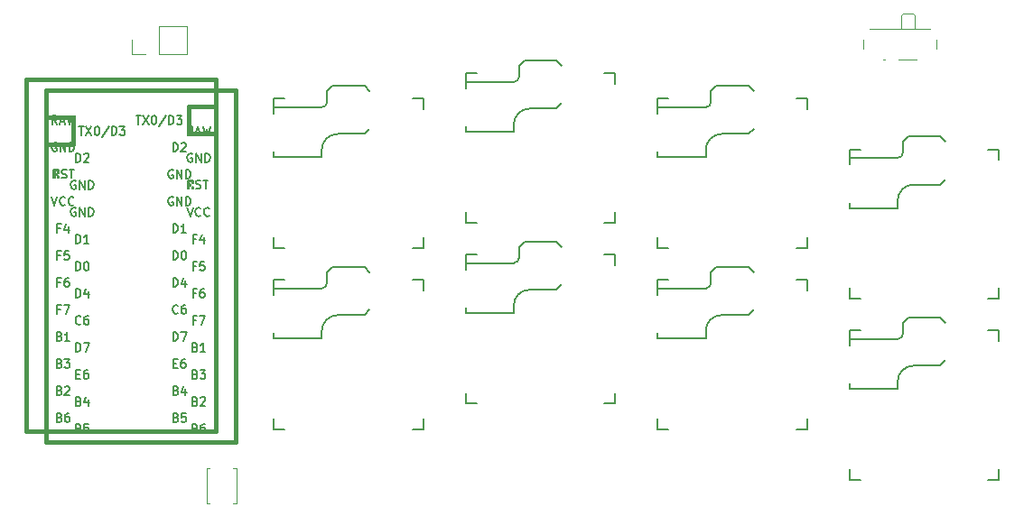
<source format=gbr>
%TF.GenerationSoftware,KiCad,Pcbnew,5.1.8*%
%TF.CreationDate,2021-03-23T18:40:27-05:00*%
%TF.ProjectId,small-paintbrush-hotswap,736d616c-6c2d-4706-9169-6e7462727573,rev?*%
%TF.SameCoordinates,Original*%
%TF.FileFunction,Legend,Top*%
%TF.FilePolarity,Positive*%
%FSLAX46Y46*%
G04 Gerber Fmt 4.6, Leading zero omitted, Abs format (unit mm)*
G04 Created by KiCad (PCBNEW 5.1.8) date 2021-03-23 18:40:27*
%MOMM*%
%LPD*%
G01*
G04 APERTURE LIST*
%ADD10C,0.120000*%
%ADD11C,0.381000*%
%ADD12C,0.150000*%
G04 APERTURE END LIST*
D10*
%TO.C,SW2*%
X154151737Y-21079425D02*
X154151737Y-21869425D01*
X161051737Y-21869425D02*
X161051737Y-21079425D01*
X159201737Y-22919425D02*
X157501737Y-22919425D01*
X160451737Y-20069425D02*
X154751737Y-20069425D01*
X157701737Y-18779425D02*
X157701737Y-20069425D01*
X158801737Y-18569425D02*
X157901737Y-18569425D01*
X159001737Y-20069425D02*
X159001737Y-18779425D01*
X157701737Y-18779425D02*
X157901737Y-18569425D01*
X159001737Y-18779425D02*
X158801737Y-18569425D01*
X156201737Y-22919425D02*
X156001737Y-22919425D01*
D11*
%TO.C,U2*%
X90951739Y-27359424D02*
X93491739Y-27359424D01*
X75711739Y-24819424D02*
X93491739Y-24819424D01*
X93491739Y-24819424D02*
X93491739Y-57839424D01*
X93491739Y-57839424D02*
X75711739Y-57839424D01*
X75711739Y-57839424D02*
X75711739Y-24819424D01*
D12*
G36*
X78757104Y-33248454D02*
G01*
X78757104Y-33348454D01*
X78257104Y-33348454D01*
X78257104Y-33248454D01*
X78757104Y-33248454D01*
G37*
X78757104Y-33248454D02*
X78757104Y-33348454D01*
X78257104Y-33348454D01*
X78257104Y-33248454D01*
X78757104Y-33248454D01*
G36*
X78757104Y-33248454D02*
G01*
X78757104Y-33548454D01*
X78657104Y-33548454D01*
X78657104Y-33248454D01*
X78757104Y-33248454D01*
G37*
X78757104Y-33248454D02*
X78757104Y-33548454D01*
X78657104Y-33548454D01*
X78657104Y-33248454D01*
X78757104Y-33248454D01*
G36*
X78757104Y-33848454D02*
G01*
X78757104Y-34048454D01*
X78657104Y-34048454D01*
X78657104Y-33848454D01*
X78757104Y-33848454D01*
G37*
X78757104Y-33848454D02*
X78757104Y-34048454D01*
X78657104Y-34048454D01*
X78657104Y-33848454D01*
X78757104Y-33848454D01*
G36*
X78357104Y-33248454D02*
G01*
X78357104Y-34048454D01*
X78257104Y-34048454D01*
X78257104Y-33248454D01*
X78357104Y-33248454D01*
G37*
X78357104Y-33248454D02*
X78357104Y-34048454D01*
X78257104Y-34048454D01*
X78257104Y-33248454D01*
X78357104Y-33248454D01*
G36*
X78557104Y-33648454D02*
G01*
X78557104Y-33748454D01*
X78457104Y-33748454D01*
X78457104Y-33648454D01*
X78557104Y-33648454D01*
G37*
X78557104Y-33648454D02*
X78557104Y-33748454D01*
X78457104Y-33748454D01*
X78457104Y-33648454D01*
X78557104Y-33648454D01*
D11*
X90951739Y-27359424D02*
X90951739Y-29899424D01*
X90951739Y-29899424D02*
X93491739Y-29899424D01*
D12*
%TO.C,KEY3*%
X134901739Y-27599426D02*
X134901739Y-26599426D01*
X134901739Y-26599426D02*
X135901739Y-26599426D01*
X135901739Y-40599426D02*
X134901739Y-40599426D01*
X134901739Y-40599426D02*
X134901739Y-39599426D01*
X148901739Y-39599426D02*
X148901739Y-40599426D01*
X148901739Y-40599426D02*
X147901739Y-40599426D01*
X147901739Y-26599426D02*
X148901739Y-26599426D01*
X148901739Y-26599426D02*
X148901739Y-27599426D01*
X134901739Y-32099426D02*
X134901739Y-31599426D01*
X143401739Y-25399426D02*
X140401739Y-25399426D01*
X143901739Y-25899426D02*
X143401739Y-25399426D01*
X143401739Y-29899426D02*
X140901739Y-29899426D01*
X134901739Y-27999426D02*
X134901739Y-27399426D01*
X143901739Y-29399426D02*
X143401739Y-29899426D01*
X134901739Y-27399426D02*
X139401739Y-27399426D01*
X139901739Y-26899426D02*
X139901739Y-25899426D01*
X140401739Y-25399426D02*
X139901739Y-25899426D01*
X139401739Y-32099426D02*
X134901739Y-32099426D01*
X139401739Y-31399426D02*
X139401739Y-32099426D01*
X140901739Y-29899426D02*
G75*
G03*
X139401739Y-31399426I0J-1500000D01*
G01*
X139401739Y-27399426D02*
G75*
G03*
X139901739Y-26899426I0J500000D01*
G01*
%TO.C,KEY8*%
X152901739Y-49349423D02*
X152901739Y-48349423D01*
X152901739Y-48349423D02*
X153901739Y-48349423D01*
X153901739Y-62349423D02*
X152901739Y-62349423D01*
X152901739Y-62349423D02*
X152901739Y-61349423D01*
X166901739Y-61349423D02*
X166901739Y-62349423D01*
X166901739Y-62349423D02*
X165901739Y-62349423D01*
X165901739Y-48349423D02*
X166901739Y-48349423D01*
X166901739Y-48349423D02*
X166901739Y-49349423D01*
X152901739Y-53849423D02*
X152901739Y-53349423D01*
X161401739Y-47149423D02*
X158401739Y-47149423D01*
X161901739Y-47649423D02*
X161401739Y-47149423D01*
X161401739Y-51649423D02*
X158901739Y-51649423D01*
X152901739Y-49749423D02*
X152901739Y-49149423D01*
X161901739Y-51149423D02*
X161401739Y-51649423D01*
X152901739Y-49149423D02*
X157401739Y-49149423D01*
X157901739Y-48649423D02*
X157901739Y-47649423D01*
X158401739Y-47149423D02*
X157901739Y-47649423D01*
X157401739Y-53849423D02*
X152901739Y-53849423D01*
X157401739Y-53149423D02*
X157401739Y-53849423D01*
X158901739Y-51649423D02*
G75*
G03*
X157401739Y-53149423I0J-1500000D01*
G01*
X157401739Y-49149423D02*
G75*
G03*
X157901739Y-48649423I0J500000D01*
G01*
%TO.C,KEY7*%
X134901739Y-44599426D02*
X134901739Y-43599426D01*
X134901739Y-43599426D02*
X135901739Y-43599426D01*
X135901739Y-57599426D02*
X134901739Y-57599426D01*
X134901739Y-57599426D02*
X134901739Y-56599426D01*
X148901739Y-56599426D02*
X148901739Y-57599426D01*
X148901739Y-57599426D02*
X147901739Y-57599426D01*
X147901739Y-43599426D02*
X148901739Y-43599426D01*
X148901739Y-43599426D02*
X148901739Y-44599426D01*
X134901739Y-49099426D02*
X134901739Y-48599426D01*
X143401739Y-42399426D02*
X140401739Y-42399426D01*
X143901739Y-42899426D02*
X143401739Y-42399426D01*
X143401739Y-46899426D02*
X140901739Y-46899426D01*
X134901739Y-44999426D02*
X134901739Y-44399426D01*
X143901739Y-46399426D02*
X143401739Y-46899426D01*
X134901739Y-44399426D02*
X139401739Y-44399426D01*
X139901739Y-43899426D02*
X139901739Y-42899426D01*
X140401739Y-42399426D02*
X139901739Y-42899426D01*
X139401739Y-49099426D02*
X134901739Y-49099426D01*
X139401739Y-48399426D02*
X139401739Y-49099426D01*
X140901739Y-46899426D02*
G75*
G03*
X139401739Y-48399426I0J-1500000D01*
G01*
X139401739Y-44399426D02*
G75*
G03*
X139901739Y-43899426I0J500000D01*
G01*
%TO.C,KEY6*%
X121401739Y-46019424D02*
X121401739Y-46719424D01*
X121401739Y-46719424D02*
X116901739Y-46719424D01*
X122401739Y-40019424D02*
X121901739Y-40519424D01*
X121901739Y-41519424D02*
X121901739Y-40519424D01*
X116901739Y-42019424D02*
X121401739Y-42019424D01*
X125901739Y-44019424D02*
X125401739Y-44519424D01*
X116901739Y-42619424D02*
X116901739Y-42019424D01*
X125401739Y-44519424D02*
X122901739Y-44519424D01*
X125901739Y-40519424D02*
X125401739Y-40019424D01*
X125401739Y-40019424D02*
X122401739Y-40019424D01*
X116901739Y-46719424D02*
X116901739Y-46219424D01*
X130901739Y-41219424D02*
X130901739Y-42219424D01*
X129901739Y-41219424D02*
X130901739Y-41219424D01*
X130901739Y-55219424D02*
X129901739Y-55219424D01*
X130901739Y-54219424D02*
X130901739Y-55219424D01*
X116901739Y-55219424D02*
X116901739Y-54219424D01*
X117901739Y-55219424D02*
X116901739Y-55219424D01*
X116901739Y-41219424D02*
X117901739Y-41219424D01*
X116901739Y-42219424D02*
X116901739Y-41219424D01*
X121401739Y-42019424D02*
G75*
G03*
X121901739Y-41519424I0J500000D01*
G01*
X122901739Y-44519424D02*
G75*
G03*
X121401739Y-46019424I0J-1500000D01*
G01*
%TO.C,KEY5*%
X98901736Y-44599424D02*
X98901736Y-43599424D01*
X98901736Y-43599424D02*
X99901736Y-43599424D01*
X99901736Y-57599424D02*
X98901736Y-57599424D01*
X98901736Y-57599424D02*
X98901736Y-56599424D01*
X112901736Y-56599424D02*
X112901736Y-57599424D01*
X112901736Y-57599424D02*
X111901736Y-57599424D01*
X111901736Y-43599424D02*
X112901736Y-43599424D01*
X112901736Y-43599424D02*
X112901736Y-44599424D01*
X98901736Y-49099424D02*
X98901736Y-48599424D01*
X107401736Y-42399424D02*
X104401736Y-42399424D01*
X107901736Y-42899424D02*
X107401736Y-42399424D01*
X107401736Y-46899424D02*
X104901736Y-46899424D01*
X98901736Y-44999424D02*
X98901736Y-44399424D01*
X107901736Y-46399424D02*
X107401736Y-46899424D01*
X98901736Y-44399424D02*
X103401736Y-44399424D01*
X103901736Y-43899424D02*
X103901736Y-42899424D01*
X104401736Y-42399424D02*
X103901736Y-42899424D01*
X103401736Y-49099424D02*
X98901736Y-49099424D01*
X103401736Y-48399424D02*
X103401736Y-49099424D01*
X104901736Y-46899424D02*
G75*
G03*
X103401736Y-48399424I0J-1500000D01*
G01*
X103401736Y-44399424D02*
G75*
G03*
X103901736Y-43899424I0J500000D01*
G01*
%TO.C,KEY4*%
X152901737Y-32349424D02*
X152901737Y-31349424D01*
X152901737Y-31349424D02*
X153901737Y-31349424D01*
X153901737Y-45349424D02*
X152901737Y-45349424D01*
X152901737Y-45349424D02*
X152901737Y-44349424D01*
X166901737Y-44349424D02*
X166901737Y-45349424D01*
X166901737Y-45349424D02*
X165901737Y-45349424D01*
X165901737Y-31349424D02*
X166901737Y-31349424D01*
X166901737Y-31349424D02*
X166901737Y-32349424D01*
X152901737Y-36849424D02*
X152901737Y-36349424D01*
X161401737Y-30149424D02*
X158401737Y-30149424D01*
X161901737Y-30649424D02*
X161401737Y-30149424D01*
X161401737Y-34649424D02*
X158901737Y-34649424D01*
X152901737Y-32749424D02*
X152901737Y-32149424D01*
X161901737Y-34149424D02*
X161401737Y-34649424D01*
X152901737Y-32149424D02*
X157401737Y-32149424D01*
X157901737Y-31649424D02*
X157901737Y-30649424D01*
X158401737Y-30149424D02*
X157901737Y-30649424D01*
X157401737Y-36849424D02*
X152901737Y-36849424D01*
X157401737Y-36149424D02*
X157401737Y-36849424D01*
X158901737Y-34649424D02*
G75*
G03*
X157401737Y-36149424I0J-1500000D01*
G01*
X157401737Y-32149424D02*
G75*
G03*
X157901737Y-31649424I0J500000D01*
G01*
%TO.C,KEY2*%
X121401737Y-29019424D02*
X121401737Y-29719424D01*
X121401737Y-29719424D02*
X116901737Y-29719424D01*
X122401737Y-23019424D02*
X121901737Y-23519424D01*
X121901737Y-24519424D02*
X121901737Y-23519424D01*
X116901737Y-25019424D02*
X121401737Y-25019424D01*
X125901737Y-27019424D02*
X125401737Y-27519424D01*
X116901737Y-25619424D02*
X116901737Y-25019424D01*
X125401737Y-27519424D02*
X122901737Y-27519424D01*
X125901737Y-23519424D02*
X125401737Y-23019424D01*
X125401737Y-23019424D02*
X122401737Y-23019424D01*
X116901737Y-29719424D02*
X116901737Y-29219424D01*
X130901737Y-24219424D02*
X130901737Y-25219424D01*
X129901737Y-24219424D02*
X130901737Y-24219424D01*
X130901737Y-38219424D02*
X129901737Y-38219424D01*
X130901737Y-37219424D02*
X130901737Y-38219424D01*
X116901737Y-38219424D02*
X116901737Y-37219424D01*
X117901737Y-38219424D02*
X116901737Y-38219424D01*
X116901737Y-24219424D02*
X117901737Y-24219424D01*
X116901737Y-25219424D02*
X116901737Y-24219424D01*
X121401737Y-25019424D02*
G75*
G03*
X121901737Y-24519424I0J500000D01*
G01*
X122901737Y-27519424D02*
G75*
G03*
X121401737Y-29019424I0J-1500000D01*
G01*
%TO.C,KEY1*%
X98901737Y-27599424D02*
X98901737Y-26599424D01*
X98901737Y-26599424D02*
X99901737Y-26599424D01*
X99901737Y-40599424D02*
X98901737Y-40599424D01*
X98901737Y-40599424D02*
X98901737Y-39599424D01*
X112901737Y-39599424D02*
X112901737Y-40599424D01*
X112901737Y-40599424D02*
X111901737Y-40599424D01*
X111901737Y-26599424D02*
X112901737Y-26599424D01*
X112901737Y-26599424D02*
X112901737Y-27599424D01*
X98901737Y-32099424D02*
X98901737Y-31599424D01*
X107401737Y-25399424D02*
X104401737Y-25399424D01*
X107901737Y-25899424D02*
X107401737Y-25399424D01*
X107401737Y-29899424D02*
X104901737Y-29899424D01*
X98901737Y-27999424D02*
X98901737Y-27399424D01*
X107901737Y-29399424D02*
X107401737Y-29899424D01*
X98901737Y-27399424D02*
X103401737Y-27399424D01*
X103901737Y-26899424D02*
X103901737Y-25899424D01*
X104401737Y-25399424D02*
X103901737Y-25899424D01*
X103401737Y-32099424D02*
X98901737Y-32099424D01*
X103401737Y-31399424D02*
X103401737Y-32099424D01*
X104901737Y-29899424D02*
G75*
G03*
X103401737Y-31399424I0J-1500000D01*
G01*
X103401737Y-27399424D02*
G75*
G03*
X103901737Y-26899424I0J500000D01*
G01*
D11*
%TO.C,U1*%
X80051737Y-28359424D02*
X77511737Y-28359424D01*
X77511737Y-25819424D02*
X77511737Y-28359424D01*
X95291737Y-25819424D02*
X77511737Y-25819424D01*
X95291737Y-28359424D02*
X95291737Y-25819424D01*
D12*
G36*
X91333305Y-34838784D02*
G01*
X91333305Y-35038784D01*
X91233305Y-35038784D01*
X91233305Y-34838784D01*
X91333305Y-34838784D01*
G37*
X91333305Y-34838784D02*
X91333305Y-35038784D01*
X91233305Y-35038784D01*
X91233305Y-34838784D01*
X91333305Y-34838784D01*
G36*
X90933305Y-34238784D02*
G01*
X90933305Y-35038784D01*
X90833305Y-35038784D01*
X90833305Y-34238784D01*
X90933305Y-34238784D01*
G37*
X90933305Y-34238784D02*
X90933305Y-35038784D01*
X90833305Y-35038784D01*
X90833305Y-34238784D01*
X90933305Y-34238784D01*
G36*
X91333305Y-34238784D02*
G01*
X91333305Y-34338784D01*
X90833305Y-34338784D01*
X90833305Y-34238784D01*
X91333305Y-34238784D01*
G37*
X91333305Y-34238784D02*
X91333305Y-34338784D01*
X90833305Y-34338784D01*
X90833305Y-34238784D01*
X91333305Y-34238784D01*
G36*
X91133305Y-34638784D02*
G01*
X91133305Y-34738784D01*
X91033305Y-34738784D01*
X91033305Y-34638784D01*
X91133305Y-34638784D01*
G37*
X91133305Y-34638784D02*
X91133305Y-34738784D01*
X91033305Y-34738784D01*
X91033305Y-34638784D01*
X91133305Y-34638784D01*
G36*
X91333305Y-34238784D02*
G01*
X91333305Y-34538784D01*
X91233305Y-34538784D01*
X91233305Y-34238784D01*
X91333305Y-34238784D01*
G37*
X91333305Y-34238784D02*
X91333305Y-34538784D01*
X91233305Y-34538784D01*
X91233305Y-34238784D01*
X91333305Y-34238784D01*
D11*
X80051737Y-30899424D02*
X77511737Y-30899424D01*
X80051737Y-28359424D02*
X80051737Y-30899424D01*
X95291737Y-58839424D02*
X95291737Y-28359424D01*
X77511737Y-58839424D02*
X95291737Y-58839424D01*
X77511737Y-28359424D02*
X77511737Y-58839424D01*
D10*
%TO.C,PUSH2*%
X95401735Y-64549425D02*
X95101735Y-64549425D01*
X95401735Y-61249425D02*
X95401735Y-64549425D01*
X95101735Y-61249425D02*
X95401735Y-61249425D01*
X92601735Y-64549425D02*
X92901735Y-64549425D01*
X92601735Y-61249425D02*
X92601735Y-64549425D01*
X92901735Y-61249425D02*
X92601735Y-61249425D01*
%TO.C,J1*%
X85571736Y-22429424D02*
X85571736Y-21099424D01*
X86901736Y-22429424D02*
X85571736Y-22429424D01*
X88171736Y-22429424D02*
X88171736Y-19769424D01*
X88171736Y-19769424D02*
X90771736Y-19769424D01*
X88171736Y-22429424D02*
X90771736Y-22429424D01*
X90771736Y-22429424D02*
X90771736Y-19769424D01*
%TO.C,U2*%
D12*
X89472262Y-31531328D02*
X89472262Y-30731328D01*
X89662739Y-30731328D01*
X89777024Y-30769424D01*
X89853215Y-30845614D01*
X89891310Y-30921804D01*
X89929405Y-31074185D01*
X89929405Y-31188471D01*
X89891310Y-31340852D01*
X89853215Y-31417043D01*
X89777024Y-31493233D01*
X89662739Y-31531328D01*
X89472262Y-31531328D01*
X90234167Y-30807519D02*
X90272262Y-30769424D01*
X90348453Y-30731328D01*
X90538929Y-30731328D01*
X90615119Y-30769424D01*
X90653215Y-30807519D01*
X90691310Y-30883709D01*
X90691310Y-30959900D01*
X90653215Y-31074185D01*
X90196072Y-31531328D01*
X90691310Y-31531328D01*
X89472262Y-41691328D02*
X89472262Y-40891328D01*
X89662739Y-40891328D01*
X89777024Y-40929424D01*
X89853215Y-41005614D01*
X89891310Y-41081804D01*
X89929405Y-41234185D01*
X89929405Y-41348471D01*
X89891310Y-41500852D01*
X89853215Y-41577043D01*
X89777024Y-41653233D01*
X89662739Y-41691328D01*
X89472262Y-41691328D01*
X90424643Y-40891328D02*
X90500834Y-40891328D01*
X90577024Y-40929424D01*
X90615119Y-40967519D01*
X90653215Y-41043709D01*
X90691310Y-41196090D01*
X90691310Y-41386566D01*
X90653215Y-41538947D01*
X90615119Y-41615138D01*
X90577024Y-41653233D01*
X90500834Y-41691328D01*
X90424643Y-41691328D01*
X90348453Y-41653233D01*
X90310358Y-41615138D01*
X90272262Y-41538947D01*
X90234167Y-41386566D01*
X90234167Y-41196090D01*
X90272262Y-41043709D01*
X90310358Y-40967519D01*
X90348453Y-40929424D01*
X90424643Y-40891328D01*
X89472262Y-39151328D02*
X89472262Y-38351328D01*
X89662739Y-38351328D01*
X89777024Y-38389424D01*
X89853215Y-38465614D01*
X89891310Y-38541804D01*
X89929405Y-38694185D01*
X89929405Y-38808471D01*
X89891310Y-38960852D01*
X89853215Y-39037043D01*
X89777024Y-39113233D01*
X89662739Y-39151328D01*
X89472262Y-39151328D01*
X90691310Y-39151328D02*
X90234167Y-39151328D01*
X90462739Y-39151328D02*
X90462739Y-38351328D01*
X90386548Y-38465614D01*
X90310358Y-38541804D01*
X90234167Y-38579900D01*
X89453215Y-35849424D02*
X89377024Y-35811328D01*
X89262739Y-35811328D01*
X89148453Y-35849424D01*
X89072262Y-35925614D01*
X89034167Y-36001804D01*
X88996072Y-36154185D01*
X88996072Y-36268471D01*
X89034167Y-36420852D01*
X89072262Y-36497043D01*
X89148453Y-36573233D01*
X89262739Y-36611328D01*
X89338929Y-36611328D01*
X89453215Y-36573233D01*
X89491310Y-36535138D01*
X89491310Y-36268471D01*
X89338929Y-36268471D01*
X89834167Y-36611328D02*
X89834167Y-35811328D01*
X90291310Y-36611328D01*
X90291310Y-35811328D01*
X90672262Y-36611328D02*
X90672262Y-35811328D01*
X90862739Y-35811328D01*
X90977024Y-35849424D01*
X91053215Y-35925614D01*
X91091310Y-36001804D01*
X91129405Y-36154185D01*
X91129405Y-36268471D01*
X91091310Y-36420852D01*
X91053215Y-36497043D01*
X90977024Y-36573233D01*
X90862739Y-36611328D01*
X90672262Y-36611328D01*
X89453215Y-33309424D02*
X89377024Y-33271328D01*
X89262739Y-33271328D01*
X89148453Y-33309424D01*
X89072262Y-33385614D01*
X89034167Y-33461804D01*
X88996072Y-33614185D01*
X88996072Y-33728471D01*
X89034167Y-33880852D01*
X89072262Y-33957043D01*
X89148453Y-34033233D01*
X89262739Y-34071328D01*
X89338929Y-34071328D01*
X89453215Y-34033233D01*
X89491310Y-33995138D01*
X89491310Y-33728471D01*
X89338929Y-33728471D01*
X89834167Y-34071328D02*
X89834167Y-33271328D01*
X90291310Y-34071328D01*
X90291310Y-33271328D01*
X90672262Y-34071328D02*
X90672262Y-33271328D01*
X90862739Y-33271328D01*
X90977024Y-33309424D01*
X91053215Y-33385614D01*
X91091310Y-33461804D01*
X91129405Y-33614185D01*
X91129405Y-33728471D01*
X91091310Y-33880852D01*
X91053215Y-33957043D01*
X90977024Y-34033233D01*
X90862739Y-34071328D01*
X90672262Y-34071328D01*
X89472262Y-44231328D02*
X89472262Y-43431328D01*
X89662739Y-43431328D01*
X89777024Y-43469424D01*
X89853215Y-43545614D01*
X89891310Y-43621804D01*
X89929405Y-43774185D01*
X89929405Y-43888471D01*
X89891310Y-44040852D01*
X89853215Y-44117043D01*
X89777024Y-44193233D01*
X89662739Y-44231328D01*
X89472262Y-44231328D01*
X90615119Y-43697995D02*
X90615119Y-44231328D01*
X90424643Y-43393233D02*
X90234167Y-43964662D01*
X90729405Y-43964662D01*
X89929405Y-46695138D02*
X89891310Y-46733233D01*
X89777024Y-46771328D01*
X89700834Y-46771328D01*
X89586548Y-46733233D01*
X89510358Y-46657043D01*
X89472262Y-46580852D01*
X89434167Y-46428471D01*
X89434167Y-46314185D01*
X89472262Y-46161804D01*
X89510358Y-46085614D01*
X89586548Y-46009424D01*
X89700834Y-45971328D01*
X89777024Y-45971328D01*
X89891310Y-46009424D01*
X89929405Y-46047519D01*
X90615119Y-45971328D02*
X90462739Y-45971328D01*
X90386548Y-46009424D01*
X90348453Y-46047519D01*
X90272262Y-46161804D01*
X90234167Y-46314185D01*
X90234167Y-46618947D01*
X90272262Y-46695138D01*
X90310358Y-46733233D01*
X90386548Y-46771328D01*
X90538929Y-46771328D01*
X90615119Y-46733233D01*
X90653215Y-46695138D01*
X90691310Y-46618947D01*
X90691310Y-46428471D01*
X90653215Y-46352281D01*
X90615119Y-46314185D01*
X90538929Y-46276090D01*
X90386548Y-46276090D01*
X90310358Y-46314185D01*
X90272262Y-46352281D01*
X90234167Y-46428471D01*
X89472262Y-49311328D02*
X89472262Y-48511328D01*
X89662739Y-48511328D01*
X89777024Y-48549424D01*
X89853215Y-48625614D01*
X89891310Y-48701804D01*
X89929405Y-48854185D01*
X89929405Y-48968471D01*
X89891310Y-49120852D01*
X89853215Y-49197043D01*
X89777024Y-49273233D01*
X89662739Y-49311328D01*
X89472262Y-49311328D01*
X90196072Y-48511328D02*
X90729405Y-48511328D01*
X90386548Y-49311328D01*
X89510358Y-51432281D02*
X89777024Y-51432281D01*
X89891310Y-51851328D02*
X89510358Y-51851328D01*
X89510358Y-51051328D01*
X89891310Y-51051328D01*
X90577024Y-51051328D02*
X90424643Y-51051328D01*
X90348453Y-51089424D01*
X90310358Y-51127519D01*
X90234167Y-51241804D01*
X90196072Y-51394185D01*
X90196072Y-51698947D01*
X90234167Y-51775138D01*
X90272262Y-51813233D01*
X90348453Y-51851328D01*
X90500834Y-51851328D01*
X90577024Y-51813233D01*
X90615119Y-51775138D01*
X90653215Y-51698947D01*
X90653215Y-51508471D01*
X90615119Y-51432281D01*
X90577024Y-51394185D01*
X90500834Y-51356090D01*
X90348453Y-51356090D01*
X90272262Y-51394185D01*
X90234167Y-51432281D01*
X90196072Y-51508471D01*
X89738929Y-53972281D02*
X89853215Y-54010376D01*
X89891310Y-54048471D01*
X89929405Y-54124662D01*
X89929405Y-54238947D01*
X89891310Y-54315138D01*
X89853215Y-54353233D01*
X89777024Y-54391328D01*
X89472262Y-54391328D01*
X89472262Y-53591328D01*
X89738929Y-53591328D01*
X89815119Y-53629424D01*
X89853215Y-53667519D01*
X89891310Y-53743709D01*
X89891310Y-53819900D01*
X89853215Y-53896090D01*
X89815119Y-53934185D01*
X89738929Y-53972281D01*
X89472262Y-53972281D01*
X90615119Y-53857995D02*
X90615119Y-54391328D01*
X90424643Y-53553233D02*
X90234167Y-54124662D01*
X90729405Y-54124662D01*
X89738929Y-56512281D02*
X89853215Y-56550376D01*
X89891310Y-56588471D01*
X89929405Y-56664662D01*
X89929405Y-56778947D01*
X89891310Y-56855138D01*
X89853215Y-56893233D01*
X89777024Y-56931328D01*
X89472262Y-56931328D01*
X89472262Y-56131328D01*
X89738929Y-56131328D01*
X89815119Y-56169424D01*
X89853215Y-56207519D01*
X89891310Y-56283709D01*
X89891310Y-56359900D01*
X89853215Y-56436090D01*
X89815119Y-56474185D01*
X89738929Y-56512281D01*
X89472262Y-56512281D01*
X90653215Y-56131328D02*
X90272262Y-56131328D01*
X90234167Y-56512281D01*
X90272262Y-56474185D01*
X90348453Y-56436090D01*
X90538929Y-56436090D01*
X90615119Y-56474185D01*
X90653215Y-56512281D01*
X90691310Y-56588471D01*
X90691310Y-56778947D01*
X90653215Y-56855138D01*
X90615119Y-56893233D01*
X90538929Y-56931328D01*
X90348453Y-56931328D01*
X90272262Y-56893233D01*
X90234167Y-56855138D01*
X78816929Y-56512281D02*
X78931215Y-56550376D01*
X78969310Y-56588471D01*
X79007405Y-56664662D01*
X79007405Y-56778947D01*
X78969310Y-56855138D01*
X78931215Y-56893233D01*
X78855024Y-56931328D01*
X78550262Y-56931328D01*
X78550262Y-56131328D01*
X78816929Y-56131328D01*
X78893119Y-56169424D01*
X78931215Y-56207519D01*
X78969310Y-56283709D01*
X78969310Y-56359900D01*
X78931215Y-56436090D01*
X78893119Y-56474185D01*
X78816929Y-56512281D01*
X78550262Y-56512281D01*
X79693119Y-56131328D02*
X79540739Y-56131328D01*
X79464548Y-56169424D01*
X79426453Y-56207519D01*
X79350262Y-56321804D01*
X79312167Y-56474185D01*
X79312167Y-56778947D01*
X79350262Y-56855138D01*
X79388358Y-56893233D01*
X79464548Y-56931328D01*
X79616929Y-56931328D01*
X79693119Y-56893233D01*
X79731215Y-56855138D01*
X79769310Y-56778947D01*
X79769310Y-56588471D01*
X79731215Y-56512281D01*
X79693119Y-56474185D01*
X79616929Y-56436090D01*
X79464548Y-56436090D01*
X79388358Y-56474185D01*
X79350262Y-56512281D01*
X79312167Y-56588471D01*
X78816929Y-51432281D02*
X78931215Y-51470376D01*
X78969310Y-51508471D01*
X79007405Y-51584662D01*
X79007405Y-51698947D01*
X78969310Y-51775138D01*
X78931215Y-51813233D01*
X78855024Y-51851328D01*
X78550262Y-51851328D01*
X78550262Y-51051328D01*
X78816929Y-51051328D01*
X78893119Y-51089424D01*
X78931215Y-51127519D01*
X78969310Y-51203709D01*
X78969310Y-51279900D01*
X78931215Y-51356090D01*
X78893119Y-51394185D01*
X78816929Y-51432281D01*
X78550262Y-51432281D01*
X79274072Y-51051328D02*
X79769310Y-51051328D01*
X79502643Y-51356090D01*
X79616929Y-51356090D01*
X79693119Y-51394185D01*
X79731215Y-51432281D01*
X79769310Y-51508471D01*
X79769310Y-51698947D01*
X79731215Y-51775138D01*
X79693119Y-51813233D01*
X79616929Y-51851328D01*
X79388358Y-51851328D01*
X79312167Y-51813233D01*
X79274072Y-51775138D01*
X78816929Y-48892281D02*
X78931215Y-48930376D01*
X78969310Y-48968471D01*
X79007405Y-49044662D01*
X79007405Y-49158947D01*
X78969310Y-49235138D01*
X78931215Y-49273233D01*
X78855024Y-49311328D01*
X78550262Y-49311328D01*
X78550262Y-48511328D01*
X78816929Y-48511328D01*
X78893119Y-48549424D01*
X78931215Y-48587519D01*
X78969310Y-48663709D01*
X78969310Y-48739900D01*
X78931215Y-48816090D01*
X78893119Y-48854185D01*
X78816929Y-48892281D01*
X78550262Y-48892281D01*
X79769310Y-49311328D02*
X79312167Y-49311328D01*
X79540739Y-49311328D02*
X79540739Y-48511328D01*
X79464548Y-48625614D01*
X79388358Y-48701804D01*
X79312167Y-48739900D01*
X78874072Y-38732281D02*
X78607405Y-38732281D01*
X78607405Y-39151328D02*
X78607405Y-38351328D01*
X78988358Y-38351328D01*
X79635977Y-38617995D02*
X79635977Y-39151328D01*
X79445500Y-38313233D02*
X79255024Y-38884662D01*
X79750262Y-38884662D01*
X78074072Y-35811328D02*
X78340739Y-36611328D01*
X78607405Y-35811328D01*
X79331215Y-36535138D02*
X79293119Y-36573233D01*
X79178834Y-36611328D01*
X79102643Y-36611328D01*
X78988358Y-36573233D01*
X78912167Y-36497043D01*
X78874072Y-36420852D01*
X78835977Y-36268471D01*
X78835977Y-36154185D01*
X78874072Y-36001804D01*
X78912167Y-35925614D01*
X78988358Y-35849424D01*
X79102643Y-35811328D01*
X79178834Y-35811328D01*
X79293119Y-35849424D01*
X79331215Y-35887519D01*
X80131215Y-36535138D02*
X80093119Y-36573233D01*
X79978834Y-36611328D01*
X79902643Y-36611328D01*
X79788358Y-36573233D01*
X79712167Y-36497043D01*
X79674072Y-36420852D01*
X79635977Y-36268471D01*
X79635977Y-36154185D01*
X79674072Y-36001804D01*
X79712167Y-35925614D01*
X79788358Y-35849424D01*
X79902643Y-35811328D01*
X79978834Y-35811328D01*
X80093119Y-35849424D01*
X80131215Y-35887519D01*
X78531215Y-30769424D02*
X78455024Y-30731328D01*
X78340739Y-30731328D01*
X78226453Y-30769424D01*
X78150262Y-30845614D01*
X78112167Y-30921804D01*
X78074072Y-31074185D01*
X78074072Y-31188471D01*
X78112167Y-31340852D01*
X78150262Y-31417043D01*
X78226453Y-31493233D01*
X78340739Y-31531328D01*
X78416929Y-31531328D01*
X78531215Y-31493233D01*
X78569310Y-31455138D01*
X78569310Y-31188471D01*
X78416929Y-31188471D01*
X78912167Y-31531328D02*
X78912167Y-30731328D01*
X79369310Y-31531328D01*
X79369310Y-30731328D01*
X79750262Y-31531328D02*
X79750262Y-30731328D01*
X79940739Y-30731328D01*
X80055024Y-30769424D01*
X80131215Y-30845614D01*
X80169310Y-30921804D01*
X80207405Y-31074185D01*
X80207405Y-31188471D01*
X80169310Y-31340852D01*
X80131215Y-31417043D01*
X80055024Y-31493233D01*
X79940739Y-31531328D01*
X79750262Y-31531328D01*
X78588358Y-28991328D02*
X78321691Y-28610376D01*
X78131215Y-28991328D02*
X78131215Y-28191328D01*
X78435977Y-28191328D01*
X78512167Y-28229424D01*
X78550262Y-28267519D01*
X78588358Y-28343709D01*
X78588358Y-28457995D01*
X78550262Y-28534185D01*
X78512167Y-28572281D01*
X78435977Y-28610376D01*
X78131215Y-28610376D01*
X78893119Y-28762757D02*
X79274072Y-28762757D01*
X78816929Y-28991328D02*
X79083596Y-28191328D01*
X79350262Y-28991328D01*
X79540739Y-28191328D02*
X79731215Y-28991328D01*
X79883596Y-28419900D01*
X80035977Y-28991328D01*
X80226453Y-28191328D01*
X78874072Y-41272281D02*
X78607405Y-41272281D01*
X78607405Y-41691328D02*
X78607405Y-40891328D01*
X78988358Y-40891328D01*
X79674072Y-40891328D02*
X79293119Y-40891328D01*
X79255024Y-41272281D01*
X79293119Y-41234185D01*
X79369310Y-41196090D01*
X79559786Y-41196090D01*
X79635977Y-41234185D01*
X79674072Y-41272281D01*
X79712167Y-41348471D01*
X79712167Y-41538947D01*
X79674072Y-41615138D01*
X79635977Y-41653233D01*
X79559786Y-41691328D01*
X79369310Y-41691328D01*
X79293119Y-41653233D01*
X79255024Y-41615138D01*
X78874072Y-43812281D02*
X78607405Y-43812281D01*
X78607405Y-44231328D02*
X78607405Y-43431328D01*
X78988358Y-43431328D01*
X79635977Y-43431328D02*
X79483596Y-43431328D01*
X79407405Y-43469424D01*
X79369310Y-43507519D01*
X79293119Y-43621804D01*
X79255024Y-43774185D01*
X79255024Y-44078947D01*
X79293119Y-44155138D01*
X79331215Y-44193233D01*
X79407405Y-44231328D01*
X79559786Y-44231328D01*
X79635977Y-44193233D01*
X79674072Y-44155138D01*
X79712167Y-44078947D01*
X79712167Y-43888471D01*
X79674072Y-43812281D01*
X79635977Y-43774185D01*
X79559786Y-43736090D01*
X79407405Y-43736090D01*
X79331215Y-43774185D01*
X79293119Y-43812281D01*
X79255024Y-43888471D01*
X78874072Y-46352281D02*
X78607405Y-46352281D01*
X78607405Y-46771328D02*
X78607405Y-45971328D01*
X78988358Y-45971328D01*
X79216929Y-45971328D02*
X79750262Y-45971328D01*
X79407405Y-46771328D01*
X78816929Y-53972281D02*
X78931215Y-54010376D01*
X78969310Y-54048471D01*
X79007405Y-54124662D01*
X79007405Y-54238947D01*
X78969310Y-54315138D01*
X78931215Y-54353233D01*
X78855024Y-54391328D01*
X78550262Y-54391328D01*
X78550262Y-53591328D01*
X78816929Y-53591328D01*
X78893119Y-53629424D01*
X78931215Y-53667519D01*
X78969310Y-53743709D01*
X78969310Y-53819900D01*
X78931215Y-53896090D01*
X78893119Y-53934185D01*
X78816929Y-53972281D01*
X78550262Y-53972281D01*
X79312167Y-53667519D02*
X79350262Y-53629424D01*
X79426453Y-53591328D01*
X79616929Y-53591328D01*
X79693119Y-53629424D01*
X79731215Y-53667519D01*
X79769310Y-53743709D01*
X79769310Y-53819900D01*
X79731215Y-53934185D01*
X79274072Y-54391328D01*
X79769310Y-54391328D01*
X85983134Y-28191328D02*
X86440277Y-28191328D01*
X86211706Y-28991328D02*
X86211706Y-28191328D01*
X86630753Y-28191328D02*
X87164087Y-28991328D01*
X87164087Y-28191328D02*
X86630753Y-28991328D01*
X87621230Y-28191328D02*
X87697420Y-28191328D01*
X87773611Y-28229424D01*
X87811706Y-28267519D01*
X87849801Y-28343709D01*
X87887896Y-28496090D01*
X87887896Y-28686566D01*
X87849801Y-28838947D01*
X87811706Y-28915138D01*
X87773611Y-28953233D01*
X87697420Y-28991328D01*
X87621230Y-28991328D01*
X87545039Y-28953233D01*
X87506944Y-28915138D01*
X87468849Y-28838947D01*
X87430753Y-28686566D01*
X87430753Y-28496090D01*
X87468849Y-28343709D01*
X87506944Y-28267519D01*
X87545039Y-28229424D01*
X87621230Y-28191328D01*
X88802182Y-28153233D02*
X88116468Y-29181804D01*
X89068849Y-28991328D02*
X89068849Y-28191328D01*
X89259325Y-28191328D01*
X89373611Y-28229424D01*
X89449801Y-28305614D01*
X89487896Y-28381804D01*
X89525991Y-28534185D01*
X89525991Y-28648471D01*
X89487896Y-28800852D01*
X89449801Y-28877043D01*
X89373611Y-28953233D01*
X89259325Y-28991328D01*
X89068849Y-28991328D01*
X89792658Y-28191328D02*
X90287896Y-28191328D01*
X90021230Y-28496090D01*
X90135515Y-28496090D01*
X90211706Y-28534185D01*
X90249801Y-28572281D01*
X90287896Y-28648471D01*
X90287896Y-28838947D01*
X90249801Y-28915138D01*
X90211706Y-28953233D01*
X90135515Y-28991328D01*
X89906944Y-28991328D01*
X89830753Y-28953233D01*
X89792658Y-28915138D01*
X79028405Y-34013233D02*
X79142691Y-34051328D01*
X79333167Y-34051328D01*
X79409358Y-34013233D01*
X79447453Y-33975138D01*
X79485548Y-33898947D01*
X79485548Y-33822757D01*
X79447453Y-33746566D01*
X79409358Y-33708471D01*
X79333167Y-33670376D01*
X79180786Y-33632281D01*
X79104596Y-33594185D01*
X79066500Y-33556090D01*
X79028405Y-33479900D01*
X79028405Y-33403709D01*
X79066500Y-33327519D01*
X79104596Y-33289424D01*
X79180786Y-33251328D01*
X79371262Y-33251328D01*
X79485548Y-33289424D01*
X79714119Y-33251328D02*
X80171262Y-33251328D01*
X79942691Y-34051328D02*
X79942691Y-33251328D01*
%TO.C,U1*%
X80639388Y-29191328D02*
X81096531Y-29191328D01*
X80867960Y-29991328D02*
X80867960Y-29191328D01*
X81287007Y-29191328D02*
X81820341Y-29991328D01*
X81820341Y-29191328D02*
X81287007Y-29991328D01*
X82277484Y-29191328D02*
X82353674Y-29191328D01*
X82429865Y-29229424D01*
X82467960Y-29267519D01*
X82506055Y-29343709D01*
X82544150Y-29496090D01*
X82544150Y-29686566D01*
X82506055Y-29838947D01*
X82467960Y-29915138D01*
X82429865Y-29953233D01*
X82353674Y-29991328D01*
X82277484Y-29991328D01*
X82201293Y-29953233D01*
X82163198Y-29915138D01*
X82125103Y-29838947D01*
X82087007Y-29686566D01*
X82087007Y-29496090D01*
X82125103Y-29343709D01*
X82163198Y-29267519D01*
X82201293Y-29229424D01*
X82277484Y-29191328D01*
X83458436Y-29153233D02*
X82772722Y-30181804D01*
X83725103Y-29991328D02*
X83725103Y-29191328D01*
X83915579Y-29191328D01*
X84029865Y-29229424D01*
X84106055Y-29305614D01*
X84144150Y-29381804D01*
X84182245Y-29534185D01*
X84182245Y-29648471D01*
X84144150Y-29800852D01*
X84106055Y-29877043D01*
X84029865Y-29953233D01*
X83915579Y-29991328D01*
X83725103Y-29991328D01*
X84448912Y-29191328D02*
X84944150Y-29191328D01*
X84677484Y-29496090D01*
X84791769Y-29496090D01*
X84867960Y-29534185D01*
X84906055Y-29572281D01*
X84944150Y-29648471D01*
X84944150Y-29838947D01*
X84906055Y-29915138D01*
X84867960Y-29953233D01*
X84791769Y-29991328D01*
X84563198Y-29991328D01*
X84487007Y-29953233D01*
X84448912Y-29915138D01*
X80350260Y-32531328D02*
X80350260Y-31731328D01*
X80540737Y-31731328D01*
X80655022Y-31769424D01*
X80731213Y-31845614D01*
X80769308Y-31921804D01*
X80807403Y-32074185D01*
X80807403Y-32188471D01*
X80769308Y-32340852D01*
X80731213Y-32417043D01*
X80655022Y-32493233D01*
X80540737Y-32531328D01*
X80350260Y-32531328D01*
X81112165Y-31807519D02*
X81150260Y-31769424D01*
X81226451Y-31731328D01*
X81416927Y-31731328D01*
X81493117Y-31769424D01*
X81531213Y-31807519D01*
X81569308Y-31883709D01*
X81569308Y-31959900D01*
X81531213Y-32074185D01*
X81074070Y-32531328D01*
X81569308Y-32531328D01*
X80350260Y-42691328D02*
X80350260Y-41891328D01*
X80540737Y-41891328D01*
X80655022Y-41929424D01*
X80731213Y-42005614D01*
X80769308Y-42081804D01*
X80807403Y-42234185D01*
X80807403Y-42348471D01*
X80769308Y-42500852D01*
X80731213Y-42577043D01*
X80655022Y-42653233D01*
X80540737Y-42691328D01*
X80350260Y-42691328D01*
X81302641Y-41891328D02*
X81378832Y-41891328D01*
X81455022Y-41929424D01*
X81493117Y-41967519D01*
X81531213Y-42043709D01*
X81569308Y-42196090D01*
X81569308Y-42386566D01*
X81531213Y-42538947D01*
X81493117Y-42615138D01*
X81455022Y-42653233D01*
X81378832Y-42691328D01*
X81302641Y-42691328D01*
X81226451Y-42653233D01*
X81188356Y-42615138D01*
X81150260Y-42538947D01*
X81112165Y-42386566D01*
X81112165Y-42196090D01*
X81150260Y-42043709D01*
X81188356Y-41967519D01*
X81226451Y-41929424D01*
X81302641Y-41891328D01*
X80350260Y-40151328D02*
X80350260Y-39351328D01*
X80540737Y-39351328D01*
X80655022Y-39389424D01*
X80731213Y-39465614D01*
X80769308Y-39541804D01*
X80807403Y-39694185D01*
X80807403Y-39808471D01*
X80769308Y-39960852D01*
X80731213Y-40037043D01*
X80655022Y-40113233D01*
X80540737Y-40151328D01*
X80350260Y-40151328D01*
X81569308Y-40151328D02*
X81112165Y-40151328D01*
X81340737Y-40151328D02*
X81340737Y-39351328D01*
X81264546Y-39465614D01*
X81188356Y-39541804D01*
X81112165Y-39579900D01*
X80331213Y-36849424D02*
X80255022Y-36811328D01*
X80140737Y-36811328D01*
X80026451Y-36849424D01*
X79950260Y-36925614D01*
X79912165Y-37001804D01*
X79874070Y-37154185D01*
X79874070Y-37268471D01*
X79912165Y-37420852D01*
X79950260Y-37497043D01*
X80026451Y-37573233D01*
X80140737Y-37611328D01*
X80216927Y-37611328D01*
X80331213Y-37573233D01*
X80369308Y-37535138D01*
X80369308Y-37268471D01*
X80216927Y-37268471D01*
X80712165Y-37611328D02*
X80712165Y-36811328D01*
X81169308Y-37611328D01*
X81169308Y-36811328D01*
X81550260Y-37611328D02*
X81550260Y-36811328D01*
X81740737Y-36811328D01*
X81855022Y-36849424D01*
X81931213Y-36925614D01*
X81969308Y-37001804D01*
X82007403Y-37154185D01*
X82007403Y-37268471D01*
X81969308Y-37420852D01*
X81931213Y-37497043D01*
X81855022Y-37573233D01*
X81740737Y-37611328D01*
X81550260Y-37611328D01*
X80331213Y-34309424D02*
X80255022Y-34271328D01*
X80140737Y-34271328D01*
X80026451Y-34309424D01*
X79950260Y-34385614D01*
X79912165Y-34461804D01*
X79874070Y-34614185D01*
X79874070Y-34728471D01*
X79912165Y-34880852D01*
X79950260Y-34957043D01*
X80026451Y-35033233D01*
X80140737Y-35071328D01*
X80216927Y-35071328D01*
X80331213Y-35033233D01*
X80369308Y-34995138D01*
X80369308Y-34728471D01*
X80216927Y-34728471D01*
X80712165Y-35071328D02*
X80712165Y-34271328D01*
X81169308Y-35071328D01*
X81169308Y-34271328D01*
X81550260Y-35071328D02*
X81550260Y-34271328D01*
X81740737Y-34271328D01*
X81855022Y-34309424D01*
X81931213Y-34385614D01*
X81969308Y-34461804D01*
X82007403Y-34614185D01*
X82007403Y-34728471D01*
X81969308Y-34880852D01*
X81931213Y-34957043D01*
X81855022Y-35033233D01*
X81740737Y-35071328D01*
X81550260Y-35071328D01*
X80350260Y-45231328D02*
X80350260Y-44431328D01*
X80540737Y-44431328D01*
X80655022Y-44469424D01*
X80731213Y-44545614D01*
X80769308Y-44621804D01*
X80807403Y-44774185D01*
X80807403Y-44888471D01*
X80769308Y-45040852D01*
X80731213Y-45117043D01*
X80655022Y-45193233D01*
X80540737Y-45231328D01*
X80350260Y-45231328D01*
X81493117Y-44697995D02*
X81493117Y-45231328D01*
X81302641Y-44393233D02*
X81112165Y-44964662D01*
X81607403Y-44964662D01*
X80807403Y-47695138D02*
X80769308Y-47733233D01*
X80655022Y-47771328D01*
X80578832Y-47771328D01*
X80464546Y-47733233D01*
X80388356Y-47657043D01*
X80350260Y-47580852D01*
X80312165Y-47428471D01*
X80312165Y-47314185D01*
X80350260Y-47161804D01*
X80388356Y-47085614D01*
X80464546Y-47009424D01*
X80578832Y-46971328D01*
X80655022Y-46971328D01*
X80769308Y-47009424D01*
X80807403Y-47047519D01*
X81493117Y-46971328D02*
X81340737Y-46971328D01*
X81264546Y-47009424D01*
X81226451Y-47047519D01*
X81150260Y-47161804D01*
X81112165Y-47314185D01*
X81112165Y-47618947D01*
X81150260Y-47695138D01*
X81188356Y-47733233D01*
X81264546Y-47771328D01*
X81416927Y-47771328D01*
X81493117Y-47733233D01*
X81531213Y-47695138D01*
X81569308Y-47618947D01*
X81569308Y-47428471D01*
X81531213Y-47352281D01*
X81493117Y-47314185D01*
X81416927Y-47276090D01*
X81264546Y-47276090D01*
X81188356Y-47314185D01*
X81150260Y-47352281D01*
X81112165Y-47428471D01*
X80350260Y-50311328D02*
X80350260Y-49511328D01*
X80540737Y-49511328D01*
X80655022Y-49549424D01*
X80731213Y-49625614D01*
X80769308Y-49701804D01*
X80807403Y-49854185D01*
X80807403Y-49968471D01*
X80769308Y-50120852D01*
X80731213Y-50197043D01*
X80655022Y-50273233D01*
X80540737Y-50311328D01*
X80350260Y-50311328D01*
X81074070Y-49511328D02*
X81607403Y-49511328D01*
X81264546Y-50311328D01*
X80388356Y-52432281D02*
X80655022Y-52432281D01*
X80769308Y-52851328D02*
X80388356Y-52851328D01*
X80388356Y-52051328D01*
X80769308Y-52051328D01*
X81455022Y-52051328D02*
X81302641Y-52051328D01*
X81226451Y-52089424D01*
X81188356Y-52127519D01*
X81112165Y-52241804D01*
X81074070Y-52394185D01*
X81074070Y-52698947D01*
X81112165Y-52775138D01*
X81150260Y-52813233D01*
X81226451Y-52851328D01*
X81378832Y-52851328D01*
X81455022Y-52813233D01*
X81493117Y-52775138D01*
X81531213Y-52698947D01*
X81531213Y-52508471D01*
X81493117Y-52432281D01*
X81455022Y-52394185D01*
X81378832Y-52356090D01*
X81226451Y-52356090D01*
X81150260Y-52394185D01*
X81112165Y-52432281D01*
X81074070Y-52508471D01*
X80616927Y-54972281D02*
X80731213Y-55010376D01*
X80769308Y-55048471D01*
X80807403Y-55124662D01*
X80807403Y-55238947D01*
X80769308Y-55315138D01*
X80731213Y-55353233D01*
X80655022Y-55391328D01*
X80350260Y-55391328D01*
X80350260Y-54591328D01*
X80616927Y-54591328D01*
X80693117Y-54629424D01*
X80731213Y-54667519D01*
X80769308Y-54743709D01*
X80769308Y-54819900D01*
X80731213Y-54896090D01*
X80693117Y-54934185D01*
X80616927Y-54972281D01*
X80350260Y-54972281D01*
X81493117Y-54857995D02*
X81493117Y-55391328D01*
X81302641Y-54553233D02*
X81112165Y-55124662D01*
X81607403Y-55124662D01*
X80616927Y-57512281D02*
X80731213Y-57550376D01*
X80769308Y-57588471D01*
X80807403Y-57664662D01*
X80807403Y-57778947D01*
X80769308Y-57855138D01*
X80731213Y-57893233D01*
X80655022Y-57931328D01*
X80350260Y-57931328D01*
X80350260Y-57131328D01*
X80616927Y-57131328D01*
X80693117Y-57169424D01*
X80731213Y-57207519D01*
X80769308Y-57283709D01*
X80769308Y-57359900D01*
X80731213Y-57436090D01*
X80693117Y-57474185D01*
X80616927Y-57512281D01*
X80350260Y-57512281D01*
X81531213Y-57131328D02*
X81150260Y-57131328D01*
X81112165Y-57512281D01*
X81150260Y-57474185D01*
X81226451Y-57436090D01*
X81416927Y-57436090D01*
X81493117Y-57474185D01*
X81531213Y-57512281D01*
X81569308Y-57588471D01*
X81569308Y-57778947D01*
X81531213Y-57855138D01*
X81493117Y-57893233D01*
X81416927Y-57931328D01*
X81226451Y-57931328D01*
X81150260Y-57893233D01*
X81112165Y-57855138D01*
X91538927Y-57512281D02*
X91653213Y-57550376D01*
X91691308Y-57588471D01*
X91729403Y-57664662D01*
X91729403Y-57778947D01*
X91691308Y-57855138D01*
X91653213Y-57893233D01*
X91577022Y-57931328D01*
X91272260Y-57931328D01*
X91272260Y-57131328D01*
X91538927Y-57131328D01*
X91615117Y-57169424D01*
X91653213Y-57207519D01*
X91691308Y-57283709D01*
X91691308Y-57359900D01*
X91653213Y-57436090D01*
X91615117Y-57474185D01*
X91538927Y-57512281D01*
X91272260Y-57512281D01*
X92415117Y-57131328D02*
X92262737Y-57131328D01*
X92186546Y-57169424D01*
X92148451Y-57207519D01*
X92072260Y-57321804D01*
X92034165Y-57474185D01*
X92034165Y-57778947D01*
X92072260Y-57855138D01*
X92110356Y-57893233D01*
X92186546Y-57931328D01*
X92338927Y-57931328D01*
X92415117Y-57893233D01*
X92453213Y-57855138D01*
X92491308Y-57778947D01*
X92491308Y-57588471D01*
X92453213Y-57512281D01*
X92415117Y-57474185D01*
X92338927Y-57436090D01*
X92186546Y-57436090D01*
X92110356Y-57474185D01*
X92072260Y-57512281D01*
X92034165Y-57588471D01*
X91538927Y-52432281D02*
X91653213Y-52470376D01*
X91691308Y-52508471D01*
X91729403Y-52584662D01*
X91729403Y-52698947D01*
X91691308Y-52775138D01*
X91653213Y-52813233D01*
X91577022Y-52851328D01*
X91272260Y-52851328D01*
X91272260Y-52051328D01*
X91538927Y-52051328D01*
X91615117Y-52089424D01*
X91653213Y-52127519D01*
X91691308Y-52203709D01*
X91691308Y-52279900D01*
X91653213Y-52356090D01*
X91615117Y-52394185D01*
X91538927Y-52432281D01*
X91272260Y-52432281D01*
X91996070Y-52051328D02*
X92491308Y-52051328D01*
X92224641Y-52356090D01*
X92338927Y-52356090D01*
X92415117Y-52394185D01*
X92453213Y-52432281D01*
X92491308Y-52508471D01*
X92491308Y-52698947D01*
X92453213Y-52775138D01*
X92415117Y-52813233D01*
X92338927Y-52851328D01*
X92110356Y-52851328D01*
X92034165Y-52813233D01*
X91996070Y-52775138D01*
X91538927Y-49892281D02*
X91653213Y-49930376D01*
X91691308Y-49968471D01*
X91729403Y-50044662D01*
X91729403Y-50158947D01*
X91691308Y-50235138D01*
X91653213Y-50273233D01*
X91577022Y-50311328D01*
X91272260Y-50311328D01*
X91272260Y-49511328D01*
X91538927Y-49511328D01*
X91615117Y-49549424D01*
X91653213Y-49587519D01*
X91691308Y-49663709D01*
X91691308Y-49739900D01*
X91653213Y-49816090D01*
X91615117Y-49854185D01*
X91538927Y-49892281D01*
X91272260Y-49892281D01*
X92491308Y-50311328D02*
X92034165Y-50311328D01*
X92262737Y-50311328D02*
X92262737Y-49511328D01*
X92186546Y-49625614D01*
X92110356Y-49701804D01*
X92034165Y-49739900D01*
X91596070Y-39732281D02*
X91329403Y-39732281D01*
X91329403Y-40151328D02*
X91329403Y-39351328D01*
X91710356Y-39351328D01*
X92357975Y-39617995D02*
X92357975Y-40151328D01*
X92167498Y-39313233D02*
X91977022Y-39884662D01*
X92472260Y-39884662D01*
X90796070Y-36811328D02*
X91062737Y-37611328D01*
X91329403Y-36811328D01*
X92053213Y-37535138D02*
X92015117Y-37573233D01*
X91900832Y-37611328D01*
X91824641Y-37611328D01*
X91710356Y-37573233D01*
X91634165Y-37497043D01*
X91596070Y-37420852D01*
X91557975Y-37268471D01*
X91557975Y-37154185D01*
X91596070Y-37001804D01*
X91634165Y-36925614D01*
X91710356Y-36849424D01*
X91824641Y-36811328D01*
X91900832Y-36811328D01*
X92015117Y-36849424D01*
X92053213Y-36887519D01*
X92853213Y-37535138D02*
X92815117Y-37573233D01*
X92700832Y-37611328D01*
X92624641Y-37611328D01*
X92510356Y-37573233D01*
X92434165Y-37497043D01*
X92396070Y-37420852D01*
X92357975Y-37268471D01*
X92357975Y-37154185D01*
X92396070Y-37001804D01*
X92434165Y-36925614D01*
X92510356Y-36849424D01*
X92624641Y-36811328D01*
X92700832Y-36811328D01*
X92815117Y-36849424D01*
X92853213Y-36887519D01*
X91601523Y-35003233D02*
X91715809Y-35041328D01*
X91906285Y-35041328D01*
X91982476Y-35003233D01*
X92020571Y-34965138D01*
X92058666Y-34888947D01*
X92058666Y-34812757D01*
X92020571Y-34736566D01*
X91982476Y-34698471D01*
X91906285Y-34660376D01*
X91753904Y-34622281D01*
X91677714Y-34584185D01*
X91639618Y-34546090D01*
X91601523Y-34469900D01*
X91601523Y-34393709D01*
X91639618Y-34317519D01*
X91677714Y-34279424D01*
X91753904Y-34241328D01*
X91944380Y-34241328D01*
X92058666Y-34279424D01*
X92287237Y-34241328D02*
X92744380Y-34241328D01*
X92515809Y-35041328D02*
X92515809Y-34241328D01*
X91253213Y-31769424D02*
X91177022Y-31731328D01*
X91062737Y-31731328D01*
X90948451Y-31769424D01*
X90872260Y-31845614D01*
X90834165Y-31921804D01*
X90796070Y-32074185D01*
X90796070Y-32188471D01*
X90834165Y-32340852D01*
X90872260Y-32417043D01*
X90948451Y-32493233D01*
X91062737Y-32531328D01*
X91138927Y-32531328D01*
X91253213Y-32493233D01*
X91291308Y-32455138D01*
X91291308Y-32188471D01*
X91138927Y-32188471D01*
X91634165Y-32531328D02*
X91634165Y-31731328D01*
X92091308Y-32531328D01*
X92091308Y-31731328D01*
X92472260Y-32531328D02*
X92472260Y-31731328D01*
X92662737Y-31731328D01*
X92777022Y-31769424D01*
X92853213Y-31845614D01*
X92891308Y-31921804D01*
X92929403Y-32074185D01*
X92929403Y-32188471D01*
X92891308Y-32340852D01*
X92853213Y-32417043D01*
X92777022Y-32493233D01*
X92662737Y-32531328D01*
X92472260Y-32531328D01*
X91310356Y-29991328D02*
X91043689Y-29610376D01*
X90853213Y-29991328D02*
X90853213Y-29191328D01*
X91157975Y-29191328D01*
X91234165Y-29229424D01*
X91272260Y-29267519D01*
X91310356Y-29343709D01*
X91310356Y-29457995D01*
X91272260Y-29534185D01*
X91234165Y-29572281D01*
X91157975Y-29610376D01*
X90853213Y-29610376D01*
X91615117Y-29762757D02*
X91996070Y-29762757D01*
X91538927Y-29991328D02*
X91805594Y-29191328D01*
X92072260Y-29991328D01*
X92262737Y-29191328D02*
X92453213Y-29991328D01*
X92605594Y-29419900D01*
X92757975Y-29991328D01*
X92948451Y-29191328D01*
X91596070Y-42272281D02*
X91329403Y-42272281D01*
X91329403Y-42691328D02*
X91329403Y-41891328D01*
X91710356Y-41891328D01*
X92396070Y-41891328D02*
X92015117Y-41891328D01*
X91977022Y-42272281D01*
X92015117Y-42234185D01*
X92091308Y-42196090D01*
X92281784Y-42196090D01*
X92357975Y-42234185D01*
X92396070Y-42272281D01*
X92434165Y-42348471D01*
X92434165Y-42538947D01*
X92396070Y-42615138D01*
X92357975Y-42653233D01*
X92281784Y-42691328D01*
X92091308Y-42691328D01*
X92015117Y-42653233D01*
X91977022Y-42615138D01*
X91596070Y-44812281D02*
X91329403Y-44812281D01*
X91329403Y-45231328D02*
X91329403Y-44431328D01*
X91710356Y-44431328D01*
X92357975Y-44431328D02*
X92205594Y-44431328D01*
X92129403Y-44469424D01*
X92091308Y-44507519D01*
X92015117Y-44621804D01*
X91977022Y-44774185D01*
X91977022Y-45078947D01*
X92015117Y-45155138D01*
X92053213Y-45193233D01*
X92129403Y-45231328D01*
X92281784Y-45231328D01*
X92357975Y-45193233D01*
X92396070Y-45155138D01*
X92434165Y-45078947D01*
X92434165Y-44888471D01*
X92396070Y-44812281D01*
X92357975Y-44774185D01*
X92281784Y-44736090D01*
X92129403Y-44736090D01*
X92053213Y-44774185D01*
X92015117Y-44812281D01*
X91977022Y-44888471D01*
X91596070Y-47352281D02*
X91329403Y-47352281D01*
X91329403Y-47771328D02*
X91329403Y-46971328D01*
X91710356Y-46971328D01*
X91938927Y-46971328D02*
X92472260Y-46971328D01*
X92129403Y-47771328D01*
X91538927Y-54972281D02*
X91653213Y-55010376D01*
X91691308Y-55048471D01*
X91729403Y-55124662D01*
X91729403Y-55238947D01*
X91691308Y-55315138D01*
X91653213Y-55353233D01*
X91577022Y-55391328D01*
X91272260Y-55391328D01*
X91272260Y-54591328D01*
X91538927Y-54591328D01*
X91615117Y-54629424D01*
X91653213Y-54667519D01*
X91691308Y-54743709D01*
X91691308Y-54819900D01*
X91653213Y-54896090D01*
X91615117Y-54934185D01*
X91538927Y-54972281D01*
X91272260Y-54972281D01*
X92034165Y-54667519D02*
X92072260Y-54629424D01*
X92148451Y-54591328D01*
X92338927Y-54591328D01*
X92415117Y-54629424D01*
X92453213Y-54667519D01*
X92491308Y-54743709D01*
X92491308Y-54819900D01*
X92453213Y-54934185D01*
X91996070Y-55391328D01*
X92491308Y-55391328D01*
%TD*%
M02*

</source>
